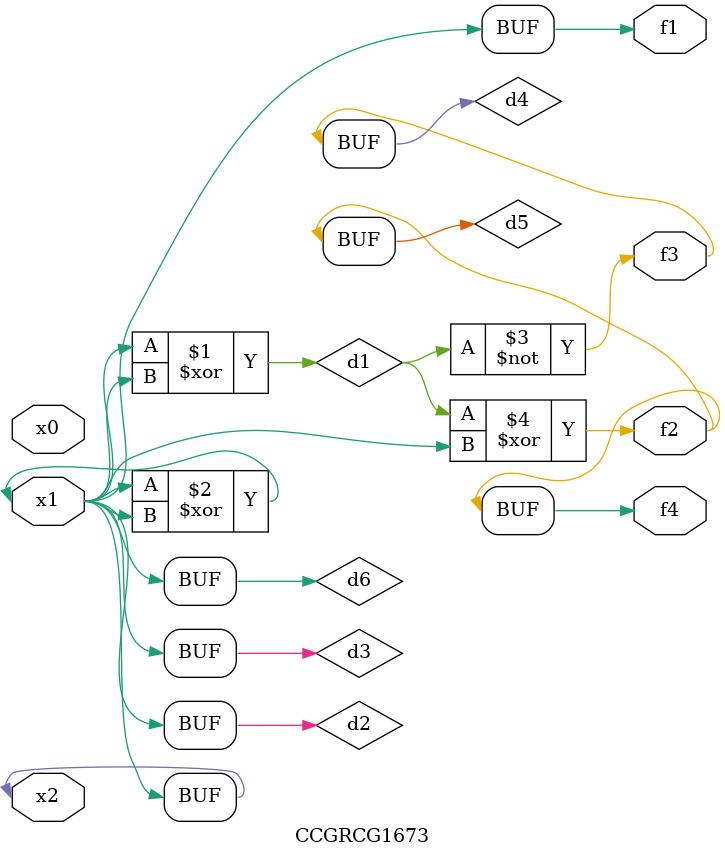
<source format=v>
module CCGRCG1673(
	input x0, x1, x2,
	output f1, f2, f3, f4
);

	wire d1, d2, d3, d4, d5, d6;

	xor (d1, x1, x2);
	buf (d2, x1, x2);
	xor (d3, x1, x2);
	nor (d4, d1);
	xor (d5, d1, d2);
	buf (d6, d2, d3);
	assign f1 = d6;
	assign f2 = d5;
	assign f3 = d4;
	assign f4 = d5;
endmodule

</source>
